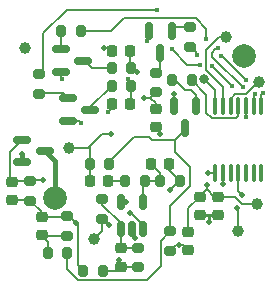
<source format=gbr>
%TF.GenerationSoftware,KiCad,Pcbnew,8.0.5*%
%TF.CreationDate,2024-11-25T09:23:57-07:00*%
%TF.ProjectId,NoteDetector,4e6f7465-4465-4746-9563-746f722e6b69,rev?*%
%TF.SameCoordinates,Original*%
%TF.FileFunction,Copper,L1,Top*%
%TF.FilePolarity,Positive*%
%FSLAX46Y46*%
G04 Gerber Fmt 4.6, Leading zero omitted, Abs format (unit mm)*
G04 Created by KiCad (PCBNEW 8.0.5) date 2024-11-25 09:23:57*
%MOMM*%
%LPD*%
G01*
G04 APERTURE LIST*
G04 Aperture macros list*
%AMRoundRect*
0 Rectangle with rounded corners*
0 $1 Rounding radius*
0 $2 $3 $4 $5 $6 $7 $8 $9 X,Y pos of 4 corners*
0 Add a 4 corners polygon primitive as box body*
4,1,4,$2,$3,$4,$5,$6,$7,$8,$9,$2,$3,0*
0 Add four circle primitives for the rounded corners*
1,1,$1+$1,$2,$3*
1,1,$1+$1,$4,$5*
1,1,$1+$1,$6,$7*
1,1,$1+$1,$8,$9*
0 Add four rect primitives between the rounded corners*
20,1,$1+$1,$2,$3,$4,$5,0*
20,1,$1+$1,$4,$5,$6,$7,0*
20,1,$1+$1,$6,$7,$8,$9,0*
20,1,$1+$1,$8,$9,$2,$3,0*%
G04 Aperture macros list end*
%TA.AperFunction,ComponentPad*%
%ADD10C,2.000000*%
%TD*%
%TA.AperFunction,SMDPad,CuDef*%
%ADD11RoundRect,0.225000X-0.250000X0.225000X-0.250000X-0.225000X0.250000X-0.225000X0.250000X0.225000X0*%
%TD*%
%TA.AperFunction,SMDPad,CuDef*%
%ADD12RoundRect,0.150000X-0.587500X-0.150000X0.587500X-0.150000X0.587500X0.150000X-0.587500X0.150000X0*%
%TD*%
%TA.AperFunction,SMDPad,CuDef*%
%ADD13RoundRect,0.200000X-0.200000X-0.275000X0.200000X-0.275000X0.200000X0.275000X-0.200000X0.275000X0*%
%TD*%
%TA.AperFunction,SMDPad,CuDef*%
%ADD14RoundRect,0.200000X0.275000X-0.200000X0.275000X0.200000X-0.275000X0.200000X-0.275000X-0.200000X0*%
%TD*%
%TA.AperFunction,SMDPad,CuDef*%
%ADD15RoundRect,0.200000X-0.275000X0.200000X-0.275000X-0.200000X0.275000X-0.200000X0.275000X0.200000X0*%
%TD*%
%TA.AperFunction,SMDPad,CuDef*%
%ADD16RoundRect,0.225000X0.250000X-0.225000X0.250000X0.225000X-0.250000X0.225000X-0.250000X-0.225000X0*%
%TD*%
%TA.AperFunction,SMDPad,CuDef*%
%ADD17C,1.000000*%
%TD*%
%TA.AperFunction,SMDPad,CuDef*%
%ADD18RoundRect,0.225000X-0.225000X-0.250000X0.225000X-0.250000X0.225000X0.250000X-0.225000X0.250000X0*%
%TD*%
%TA.AperFunction,SMDPad,CuDef*%
%ADD19RoundRect,0.225000X0.225000X0.250000X-0.225000X0.250000X-0.225000X-0.250000X0.225000X-0.250000X0*%
%TD*%
%TA.AperFunction,SMDPad,CuDef*%
%ADD20RoundRect,0.200000X0.200000X0.275000X-0.200000X0.275000X-0.200000X-0.275000X0.200000X-0.275000X0*%
%TD*%
%TA.AperFunction,SMDPad,CuDef*%
%ADD21RoundRect,0.150000X-0.150000X0.587500X-0.150000X-0.587500X0.150000X-0.587500X0.150000X0.587500X0*%
%TD*%
%TA.AperFunction,SMDPad,CuDef*%
%ADD22RoundRect,0.150000X0.150000X-0.512500X0.150000X0.512500X-0.150000X0.512500X-0.150000X-0.512500X0*%
%TD*%
%TA.AperFunction,SMDPad,CuDef*%
%ADD23RoundRect,0.100000X0.100000X-0.637500X0.100000X0.637500X-0.100000X0.637500X-0.100000X-0.637500X0*%
%TD*%
%TA.AperFunction,ViaPad*%
%ADD24C,0.450000*%
%TD*%
%TA.AperFunction,ViaPad*%
%ADD25C,0.508000*%
%TD*%
%TA.AperFunction,ViaPad*%
%ADD26C,0.800000*%
%TD*%
%TA.AperFunction,Conductor*%
%ADD27C,0.152400*%
%TD*%
%TA.AperFunction,Conductor*%
%ADD28C,0.250000*%
%TD*%
%TA.AperFunction,Conductor*%
%ADD29C,0.381000*%
%TD*%
G04 APERTURE END LIST*
D10*
%TO.P,BT1,1,+*%
%TO.N,+BATT*%
X9599987Y7200017D03*
%TO.P,BT1,2,-*%
%TO.N,/PGnd*%
X-6399991Y-4800011D03*
%TD*%
D11*
%TO.P,C8,1*%
%TO.N,Net-(C8-Pad1)*%
X-813616Y-9050000D03*
%TO.P,C8,2*%
%TO.N,Net-(C7-Pad1)*%
X-813616Y-10600000D03*
%TD*%
D12*
%TO.P,Q5,1,G*%
%TO.N,+BATT*%
X-9125000Y150000D03*
%TO.P,Q5,2,S*%
%TO.N,GND*%
X-9125000Y-1750000D03*
%TO.P,Q5,3,D*%
%TO.N,/PGnd*%
X-7250000Y-800000D03*
%TD*%
D13*
%TO.P,R11,1*%
%TO.N,Net-(C5-Pad2)*%
X-438616Y-3375000D03*
%TO.P,R11,2*%
%TO.N,Net-(U1--)*%
X1211384Y-3375000D03*
%TD*%
D14*
%TO.P,R20,1*%
%TO.N,Net-(D1-BK)*%
X2150000Y4175000D03*
%TO.P,R20,2*%
%TO.N,Net-(Q4-D)*%
X2150000Y5825000D03*
%TD*%
D15*
%TO.P,R16,1*%
%TO.N,Net-(C8-Pad1)*%
X-2363616Y-4875000D03*
%TO.P,R16,2*%
%TO.N,/Audio_In*%
X-2363616Y-6525000D03*
%TD*%
D16*
%TO.P,C1,1*%
%TO.N,/Midscale*%
X-10000000Y-4950000D03*
%TO.P,C1,2*%
%TO.N,+BATT*%
X-10000000Y-3400000D03*
%TD*%
D17*
%TO.P,J2,1,Pin_1*%
%TO.N,/Audio_In*%
X-3050000Y-8300000D03*
%TD*%
D18*
%TO.P,C5,1*%
%TO.N,/Audio_raw*%
X-3388616Y-3375000D03*
%TO.P,C5,2*%
%TO.N,Net-(C5-Pad2)*%
X-1838616Y-3375000D03*
%TD*%
D15*
%TO.P,R12,1*%
%TO.N,/gnd_switch*%
X3410000Y-7610000D03*
%TO.P,R12,2*%
%TO.N,Net-(U1-V-)*%
X3410000Y-9260000D03*
%TD*%
D17*
%TO.P,J1,1,Pin_1*%
%TO.N,/~{MCLR}*%
X9110000Y-7610000D03*
%TD*%
D11*
%TO.P,C12,1*%
%TO.N,+BATT*%
X5880000Y-4665000D03*
%TO.P,C12,2*%
%TO.N,GND*%
X5880000Y-6215000D03*
%TD*%
D13*
%TO.P,R17,1*%
%TO.N,Net-(Q3-G)*%
X-5825000Y9350000D03*
%TO.P,R17,2*%
%TO.N,/PWM2*%
X-4175000Y9350000D03*
%TD*%
D14*
%TO.P,R14,1*%
%TO.N,Net-(C7-Pad1)*%
X686384Y-10650000D03*
%TO.P,R14,2*%
%TO.N,Net-(C8-Pad1)*%
X686384Y-9000000D03*
%TD*%
D19*
%TO.P,C7,1*%
%TO.N,Net-(C7-Pad1)*%
X3275000Y-1875000D03*
%TO.P,C7,2*%
%TO.N,Net-(U1--)*%
X1725000Y-1875000D03*
%TD*%
D20*
%TO.P,R15,1*%
%TO.N,Net-(C7-Pad1)*%
X-2313616Y-10975000D03*
%TO.P,R15,2*%
%TO.N,/Midscale*%
X-3963616Y-10975000D03*
%TD*%
%TO.P,R18,1*%
%TO.N,Net-(D1-RK)*%
X75000Y4700000D03*
%TO.P,R18,2*%
%TO.N,Net-(Q2-D)*%
X-1575000Y4700000D03*
%TD*%
D19*
%TO.P,C14,1*%
%TO.N,Net-(D1-GK)*%
X25000Y7700000D03*
%TO.P,C14,2*%
%TO.N,GND*%
X-1525000Y7700000D03*
%TD*%
D11*
%TO.P,C11,1*%
%TO.N,+BATT*%
X7400000Y-4665000D03*
%TO.P,C11,2*%
%TO.N,GND*%
X7400000Y-6215000D03*
%TD*%
D14*
%TO.P,R5,1*%
%TO.N,Net-(C2-Pad1)*%
X-5338616Y-8000000D03*
%TO.P,R5,2*%
%TO.N,/Midscale*%
X-5338616Y-6350000D03*
%TD*%
D13*
%TO.P,R22,1*%
%TO.N,Net-(Q1-G)*%
X3575000Y5200000D03*
%TO.P,R22,2*%
%TO.N,/AFE_En*%
X5225000Y5200000D03*
%TD*%
D14*
%TO.P,R4,1*%
%TO.N,/Midscale*%
X-8500000Y-5000000D03*
%TO.P,R4,2*%
%TO.N,+BATT*%
X-8500000Y-3350000D03*
%TD*%
D16*
%TO.P,C2,1*%
%TO.N,Net-(C2-Pad1)*%
X-7500000Y-7950000D03*
%TO.P,C2,2*%
%TO.N,/Midscale*%
X-7500000Y-6400000D03*
%TD*%
D13*
%TO.P,R3,1*%
%TO.N,/Audio_raw*%
X-3438616Y-1875000D03*
%TO.P,R3,2*%
%TO.N,/gnd_switch*%
X-1788616Y-1875000D03*
%TD*%
D17*
%TO.P,J3,1,Pin_1*%
%TO.N,/Audio_raw*%
X-5200000Y-550000D03*
%TD*%
D11*
%TO.P,C15,1*%
%TO.N,Net-(D1-BK)*%
X2150000Y2775000D03*
%TO.P,C15,2*%
%TO.N,GND*%
X2150000Y1225000D03*
%TD*%
D21*
%TO.P,Q4,1,G*%
%TO.N,Net-(Q4-G)*%
X3500000Y9387500D03*
%TO.P,Q4,2,S*%
%TO.N,GND*%
X1600000Y9387500D03*
%TO.P,Q4,3,D*%
%TO.N,Net-(Q4-D)*%
X2550000Y7512500D03*
%TD*%
D20*
%TO.P,R19,1*%
%TO.N,Net-(D1-GK)*%
X75000Y6200000D03*
%TO.P,R19,2*%
%TO.N,Net-(Q3-D)*%
X-1575000Y6200000D03*
%TD*%
D14*
%TO.P,R21,1*%
%TO.N,/PWM3*%
X5100000Y8025000D03*
%TO.P,R21,2*%
%TO.N,Net-(Q4-G)*%
X5100000Y9675000D03*
%TD*%
D12*
%TO.P,Q3,1,G*%
%TO.N,Net-(Q3-G)*%
X-5887500Y7800000D03*
%TO.P,Q3,2,S*%
%TO.N,GND*%
X-5887500Y5900000D03*
%TO.P,Q3,3,D*%
%TO.N,Net-(Q3-D)*%
X-4012500Y6850000D03*
%TD*%
D22*
%TO.P,U1,1*%
%TO.N,Net-(C8-Pad1)*%
X-813616Y-7387500D03*
%TO.P,U1,2,V-*%
%TO.N,Net-(U1-V-)*%
X136384Y-7387500D03*
%TO.P,U1,3,+*%
%TO.N,/Midscale*%
X1086384Y-7387500D03*
%TO.P,U1,4,-*%
%TO.N,Net-(U1--)*%
X1086384Y-5112500D03*
%TO.P,U1,5,V+*%
%TO.N,+BATT*%
X-813616Y-5112500D03*
%TD*%
D19*
%TO.P,C13,1*%
%TO.N,Net-(D1-RK)*%
X25000Y3200000D03*
%TO.P,C13,2*%
%TO.N,GND*%
X-1525000Y3200000D03*
%TD*%
D12*
%TO.P,Q2,1,G*%
%TO.N,Net-(Q2-G)*%
X-5237500Y3650000D03*
%TO.P,Q2,2,S*%
%TO.N,GND*%
X-5237500Y1750000D03*
%TO.P,Q2,3,D*%
%TO.N,Net-(Q2-D)*%
X-3362500Y2700000D03*
%TD*%
D11*
%TO.P,C6,1*%
%TO.N,+BATT*%
X4925000Y-7670000D03*
%TO.P,C6,2*%
%TO.N,Net-(U1-V-)*%
X4925000Y-9220000D03*
%TD*%
D17*
%TO.P,J5,1,Pin_1*%
%TO.N,GND*%
X-8900000Y7950000D03*
%TD*%
D13*
%TO.P,R13,1*%
%TO.N,Net-(U1--)*%
X2561384Y-3375000D03*
%TO.P,R13,2*%
%TO.N,Net-(C7-Pad1)*%
X4211384Y-3375000D03*
%TD*%
D17*
%TO.P,J4,1,Pin_1*%
%TO.N,+BATT*%
X10700000Y-5300000D03*
%TD*%
%TO.P,J7,1,Pin_1*%
%TO.N,/ICSP_CLK*%
X10900000Y5000000D03*
%TD*%
D14*
%TO.P,R1,1*%
%TO.N,Net-(Q2-G)*%
X-7700000Y4025000D03*
%TO.P,R1,2*%
%TO.N,/PWM1*%
X-7700000Y5675000D03*
%TD*%
D21*
%TO.P,Q1,1,G*%
%TO.N,Net-(Q1-G)*%
X5600000Y3037500D03*
%TO.P,Q1,2,S*%
%TO.N,GND*%
X3700000Y3037500D03*
%TO.P,Q1,3,D*%
%TO.N,/gnd_switch*%
X4650000Y1162500D03*
%TD*%
D23*
%TO.P,U2,1,VDD*%
%TO.N,+BATT*%
X7200000Y-2712500D03*
%TO.P,U2,2,RA5*%
%TO.N,/Audio_In*%
X7850000Y-2712500D03*
%TO.P,U2,3,RA4*%
%TO.N,unconnected-(U2-RA4-Pad3)*%
X8500000Y-2712500D03*
%TO.P,U2,4,~{MCLR}/VPP/RA3*%
%TO.N,/~{MCLR}*%
X9150000Y-2712500D03*
%TO.P,U2,5,RC5*%
%TO.N,unconnected-(U2-RC5-Pad5)*%
X9800000Y-2712500D03*
%TO.P,U2,6,RC4*%
%TO.N,unconnected-(U2-RC4-Pad6)*%
X10450000Y-2712500D03*
%TO.P,U2,7,RC3*%
%TO.N,unconnected-(U2-RC3-Pad7)*%
X11100000Y-2712500D03*
%TO.P,U2,8,RC2*%
%TO.N,/PWM3*%
X11100000Y3012500D03*
%TO.P,U2,9,RC1*%
%TO.N,/PWM2*%
X10450000Y3012500D03*
%TO.P,U2,10,RC0*%
%TO.N,/PWM1*%
X9800000Y3012500D03*
%TO.P,U2,11,RA2*%
%TO.N,/AFE_En*%
X9150000Y3012500D03*
%TO.P,U2,12,RA1/ICSPCLK*%
%TO.N,/ICSP_CLK*%
X8500000Y3012500D03*
%TO.P,U2,13,RA0/ICSPDAT*%
%TO.N,/ICSP_DAT*%
X7850000Y3012500D03*
%TO.P,U2,14,VSS*%
%TO.N,GND*%
X7200000Y3012500D03*
%TD*%
D17*
%TO.P,J6,1,Pin_1*%
%TO.N,/ICSP_DAT*%
X8100000Y8850000D03*
%TD*%
D20*
%TO.P,R2,1*%
%TO.N,/gnd_switch*%
X-5326116Y-9425000D03*
%TO.P,R2,2*%
%TO.N,Net-(C2-Pad1)*%
X-6976116Y-9425000D03*
%TD*%
D24*
%TO.N,GND*%
X-1850000Y2500000D03*
X-5800000Y5250000D03*
X1450000Y8500000D03*
D25*
X-2250000Y7900000D03*
D26*
X6224500Y5300000D03*
D25*
X6630000Y-6780000D03*
X2500000Y672334D03*
D24*
X-4200000Y1600000D03*
D25*
X-9125000Y-1100000D03*
X3700000Y4000000D03*
D26*
X-8900000Y7950000D03*
D25*
%TO.N,+BATT*%
X-7350000Y-3250000D03*
X-351116Y-5100000D03*
X6500000Y-3720300D03*
X6600000Y-2700000D03*
%TO.N,/Audio_In*%
X7894204Y-3574798D03*
X-1800000Y-7100000D03*
%TO.N,/Midscale*%
X-49909Y-6050091D03*
X-4598371Y-6923371D03*
%TO.N,Net-(U1-V-)*%
X4100000Y-8760000D03*
X385746Y-8147003D03*
%TO.N,Net-(C7-Pad1)*%
X-950000Y-10050000D03*
X3400000Y-4100000D03*
D24*
%TO.N,Net-(D1-RK)*%
X-208439Y5300000D03*
%TO.N,/PWM3*%
X11220000Y4110000D03*
X5630000Y7350000D03*
X7660000Y7200000D03*
X9815000Y5185000D03*
%TO.N,/PWM2*%
X7420000Y7880000D03*
X10550000Y4010000D03*
X9530000Y4570000D03*
X6450000Y8670000D03*
%TO.N,/PWM1*%
X5910000Y6500000D03*
X8590000Y4680000D03*
X9800000Y2050000D03*
X3500000Y7800000D03*
X2300000Y11150000D03*
X6966200Y6350000D03*
D25*
%TO.N,/Audio_raw*%
X-1600000Y650000D03*
%TO.N,Net-(D1-GK)*%
X600000Y5900000D03*
%TO.N,Net-(D1-BK)*%
X1200000Y3700000D03*
%TO.N,/~{MCLR}*%
X9049317Y-5624135D03*
X9444039Y-4519221D03*
%TD*%
D27*
%TO.N,Net-(D1-RK)*%
X-208439Y4983439D02*
X75000Y4700000D01*
X-208439Y5300000D02*
X-208439Y4983439D01*
%TO.N,/ICSP_DAT*%
X7850000Y4630101D02*
X7850000Y3012500D01*
X6440000Y6040101D02*
X7850000Y4630101D01*
X8100000Y8850000D02*
X7550000Y8850000D01*
X7550000Y8850000D02*
X6440000Y7740000D01*
X6440000Y7740000D02*
X6440000Y6040101D01*
%TO.N,/PWM1*%
X4800000Y6500000D02*
X3500000Y7800000D01*
X5910000Y6500000D02*
X4800000Y6500000D01*
%TO.N,/PWM2*%
X10450000Y3910000D02*
X10450000Y3012500D01*
X10550000Y4010000D02*
X10450000Y3910000D01*
%TO.N,/PWM3*%
X11100000Y3990000D02*
X11100000Y3012500D01*
X11220000Y4110000D02*
X11100000Y3990000D01*
X8324276Y6675724D02*
X7800000Y7200000D01*
X7800000Y7200000D02*
X7660000Y7200000D01*
X8324276Y6671599D02*
X8324276Y6675724D01*
X9075694Y5924306D02*
X9071569Y5924306D01*
X9815000Y5185000D02*
X9075694Y5924306D01*
X9071569Y5924306D02*
X8324276Y6671599D01*
%TO.N,/PWM2*%
X6900000Y7509323D02*
X7206888Y7816211D01*
X6900000Y7190677D02*
X6900000Y7509323D01*
X7206888Y6883789D02*
X6900000Y7190677D01*
X7206888Y7816211D02*
X7356211Y7816211D01*
X7216211Y6883789D02*
X7206888Y6883789D01*
X9530000Y4570000D02*
X7216211Y6883789D01*
X7356211Y7816211D02*
X7420000Y7880000D01*
%TO.N,/PWM1*%
X8590000Y4726200D02*
X6966200Y6350000D01*
X8590000Y4680000D02*
X8590000Y4726200D01*
%TO.N,/PWM3*%
X5630000Y7350000D02*
X5630000Y7495000D01*
X5630000Y7495000D02*
X5100000Y8025000D01*
%TO.N,/PWM2*%
X-1650000Y9350000D02*
X-4175000Y9350000D01*
X-550000Y10450000D02*
X-1650000Y9350000D01*
X5560000Y10450000D02*
X-550000Y10450000D01*
X6450000Y9560000D02*
X5560000Y10450000D01*
X6450000Y8670000D02*
X6450000Y9560000D01*
D28*
%TO.N,GND*%
X6660000Y-6750000D02*
X6630000Y-6780000D01*
D27*
X1600000Y9387500D02*
X1600000Y8650000D01*
D28*
X6660000Y-6215000D02*
X5880000Y-6215000D01*
D27*
X-5237500Y1750000D02*
X-4350000Y1750000D01*
X2150000Y1022334D02*
X2500000Y672334D01*
X-1525000Y3200000D02*
X-1525000Y2825000D01*
X-5887500Y5337500D02*
X-5800000Y5250000D01*
X-1525000Y2825000D02*
X-1850000Y2500000D01*
D29*
X-9125000Y-1750000D02*
X-9125000Y-1100000D01*
D28*
X6660000Y-6215000D02*
X6660000Y-6750000D01*
D27*
X-1725000Y7900000D02*
X-1525000Y7700000D01*
X-4350000Y1750000D02*
X-4200000Y1600000D01*
X1600000Y8650000D02*
X1450000Y8500000D01*
X3700000Y3037500D02*
X3700000Y4000000D01*
D28*
X7400000Y-6215000D02*
X6660000Y-6215000D01*
D27*
X6224500Y5300000D02*
X7200000Y4324500D01*
X-5887500Y5900000D02*
X-5887500Y5337500D01*
X-2250000Y7900000D02*
X-1725000Y7900000D01*
X7200000Y4324500D02*
X7200000Y3012500D01*
X2150000Y1225000D02*
X2150000Y1022334D01*
%TO.N,+BATT*%
X4925000Y-5620000D02*
X4925000Y-7525000D01*
X7135000Y-4665000D02*
X7400000Y-4665000D01*
X-8400000Y-3250000D02*
X-7350000Y-3250000D01*
X-9950000Y-3350000D02*
X-10000000Y-3400000D01*
X6500000Y-4045000D02*
X5880000Y-4665000D01*
X7200000Y-2712500D02*
X6612500Y-2712500D01*
X-7350000Y-3250000D02*
X-7275000Y-3250000D01*
X6500000Y-4030000D02*
X7135000Y-4665000D01*
X-10000000Y-3400000D02*
X-10138700Y-3261300D01*
X-10138700Y-863700D02*
X-9125000Y150000D01*
X9475000Y-5300000D02*
X8840000Y-4665000D01*
X10700000Y-5300000D02*
X9475000Y-5300000D01*
X6500000Y-3720300D02*
X6500000Y-4045000D01*
X-351116Y-5100000D02*
X-363616Y-5112500D01*
X-10138700Y-3261300D02*
X-10138700Y-863700D01*
X-8500000Y-3350000D02*
X-9950000Y-3350000D01*
X5880000Y-4665000D02*
X4925000Y-5620000D01*
X-8500000Y-3350000D02*
X-8400000Y-3250000D01*
X-363616Y-5112500D02*
X-813616Y-5112500D01*
X8840000Y-4665000D02*
X7400000Y-4665000D01*
X6612500Y-2712500D02*
X6600000Y-2700000D01*
X6500000Y-3720300D02*
X6500000Y-4030000D01*
%TO.N,/Audio_In*%
X7894204Y-3574798D02*
X7894204Y-2756704D01*
X-2363616Y-6536384D02*
X-1800000Y-7100000D01*
X-2363616Y-7613616D02*
X-2363616Y-6525000D01*
X7894204Y-2756704D02*
X7850000Y-2712500D01*
X-2363616Y-6525000D02*
X-2363616Y-6536384D01*
X-3050000Y-8300000D02*
X-2363616Y-7613616D01*
%TO.N,Net-(C5-Pad2)*%
X-363616Y-3300000D02*
X-438616Y-3375000D01*
X-438616Y-3375000D02*
X-1838616Y-3375000D01*
%TO.N,/Midscale*%
X-5388616Y-6400000D02*
X-5338616Y-6350000D01*
X-10000000Y-4950000D02*
X-8550000Y-4950000D01*
X-8550000Y-4950000D02*
X-8500000Y-5000000D01*
X-4598371Y-6923371D02*
X-5171741Y-6350000D01*
X-4450000Y-10488616D02*
X-4450000Y-7071741D01*
X68369Y-6050091D02*
X-49909Y-6050091D01*
X-4450000Y-7071741D02*
X-4598371Y-6923371D01*
X-3963616Y-10975000D02*
X-4450000Y-10488616D01*
X-7500000Y-6400000D02*
X-5388616Y-6400000D01*
X1086384Y-7068106D02*
X68369Y-6050091D01*
X-7500000Y-6000000D02*
X-8500000Y-5000000D01*
X-5171741Y-6350000D02*
X-5338616Y-6350000D01*
X1086384Y-7387500D02*
X1086384Y-7068106D01*
X-7500000Y-6400000D02*
X-7500000Y-6000000D01*
%TO.N,Net-(C2-Pad1)*%
X-6976116Y-8473884D02*
X-7500000Y-7950000D01*
X-5338616Y-8000000D02*
X-7450000Y-8000000D01*
X-7450000Y-8000000D02*
X-7500000Y-7950000D01*
X-6976116Y-9425000D02*
X-6976116Y-8473884D01*
%TO.N,Net-(U1-V-)*%
X385746Y-7636862D02*
X136384Y-7387500D01*
X385746Y-8147003D02*
X385746Y-7636862D01*
X4100000Y-8760000D02*
X3910000Y-8760000D01*
X4100000Y-8760000D02*
X4465000Y-8760000D01*
X4465000Y-8760000D02*
X4925000Y-9220000D01*
X3910000Y-8760000D02*
X3410000Y-9260000D01*
%TO.N,/AFE_En*%
X9150000Y2150000D02*
X8958080Y1958080D01*
X9150000Y3012500D02*
X9150000Y2150000D01*
X6450000Y2450000D02*
X6450000Y3975000D01*
X6450000Y3975000D02*
X5225000Y5200000D01*
X8958080Y1958080D02*
X6941920Y1958080D01*
X6941920Y1958080D02*
X6450000Y2450000D01*
%TO.N,Net-(U1--)*%
X1086384Y-3500000D02*
X1211384Y-3375000D01*
X1211384Y-3375000D02*
X2561384Y-3375000D01*
X1086384Y-5112500D02*
X1086384Y-3500000D01*
X1725000Y-1875000D02*
X2561384Y-2711384D01*
X2561384Y-2711384D02*
X2561384Y-3375000D01*
%TO.N,Net-(C7-Pad1)*%
X3400000Y-4100000D02*
X4125000Y-3375000D01*
X-2313616Y-10975000D02*
X-1188616Y-10975000D01*
X3275000Y-1875000D02*
X3275000Y-2438616D01*
X686384Y-10650000D02*
X-763616Y-10650000D01*
X4125000Y-3375000D02*
X4211384Y-3375000D01*
X-950000Y-10463616D02*
X-813616Y-10600000D01*
X-763616Y-10650000D02*
X-813616Y-10600000D01*
X3275000Y-2438616D02*
X4211384Y-3375000D01*
X-1188616Y-10975000D02*
X-813616Y-10600000D01*
X-950000Y-10050000D02*
X-950000Y-10463616D01*
%TO.N,Net-(D1-RK)*%
X75000Y4700000D02*
X75000Y3250000D01*
X75000Y3250000D02*
X25000Y3200000D01*
%TO.N,/PWM1*%
X-5350000Y11150000D02*
X-7350000Y9150000D01*
X-7350000Y9150000D02*
X-7350000Y6025000D01*
X-7350000Y6025000D02*
X-7700000Y5675000D01*
X2300000Y11150000D02*
X-5350000Y11150000D01*
X9800000Y3012500D02*
X9800000Y2050000D01*
%TO.N,/Audio_raw*%
X-5200000Y-550000D02*
X-3613616Y-550000D01*
X-3388616Y-3375000D02*
X-3388616Y-1925000D01*
X-2413616Y650000D02*
X-3438616Y-375000D01*
X-3388616Y-1925000D02*
X-3438616Y-1875000D01*
X-3613616Y-550000D02*
X-3438616Y-375000D01*
X-3438616Y-1875000D02*
X-3438616Y-375000D01*
X-1600000Y650000D02*
X-2413616Y650000D01*
%TO.N,Net-(D1-GK)*%
X25000Y7700000D02*
X25000Y6250000D01*
X375000Y5900000D02*
X75000Y6200000D01*
X25000Y6250000D02*
X75000Y6200000D01*
X600000Y5900000D02*
X375000Y5900000D01*
%TO.N,Net-(D1-BK)*%
X1675000Y3700000D02*
X2150000Y4175000D01*
X2150000Y3225000D02*
X1675000Y3700000D01*
X2150000Y2775000D02*
X2150000Y3225000D01*
X1200000Y3700000D02*
X1675000Y3700000D01*
%TO.N,/~{MCLR}*%
X9150000Y-2712500D02*
X9150000Y-4225182D01*
X9150000Y-4225182D02*
X9444039Y-4519221D01*
X9110000Y-5684818D02*
X9110000Y-7610000D01*
X9049317Y-5624135D02*
X9110000Y-5684818D01*
%TO.N,Net-(C8-Pad1)*%
X-813616Y-9050000D02*
X-813616Y-7387500D01*
X-763616Y-9000000D02*
X-813616Y-9050000D01*
X-2363616Y-4875000D02*
X-2363616Y-5377231D01*
X686384Y-9000000D02*
X-763616Y-9000000D01*
X-813616Y-6927231D02*
X-813616Y-7387500D01*
X-2363616Y-5377231D02*
X-813616Y-6927231D01*
%TO.N,/ICSP_DAT*%
X7850000Y3631348D02*
X7850000Y3012500D01*
%TO.N,/ICSP_CLK*%
X8500000Y3631348D02*
X8500000Y3012500D01*
X9825720Y4025720D02*
X8894372Y4025720D01*
X10900000Y5000000D02*
X10800000Y5000000D01*
X10800000Y5000000D02*
X9825720Y4025720D01*
X8894372Y4025720D02*
X8500000Y3631348D01*
%TO.N,/gnd_switch*%
X312104Y375720D02*
X1608433Y375720D01*
X-4400000Y-11750000D02*
X1400000Y-11750000D01*
X-1788616Y-1875000D02*
X-1788616Y-1725000D01*
X1608433Y375720D02*
X1841519Y142634D01*
X3410000Y-5470000D02*
X5075000Y-3805000D01*
X5075000Y-3805000D02*
X5075000Y-2175000D01*
X2600000Y-10550000D02*
X2600000Y-8420000D01*
X3824565Y-924565D02*
X3824565Y142634D01*
X-1788616Y-1725000D02*
X-363616Y-300000D01*
X1400000Y-11750000D02*
X2600000Y-10550000D01*
X-5326116Y-10823884D02*
X-4400000Y-11750000D01*
X-363616Y-300000D02*
X312104Y375720D01*
X1841519Y142634D02*
X3824565Y142634D01*
X4650000Y1162500D02*
X4650000Y968069D01*
X-5326116Y-9425000D02*
X-5326116Y-10823884D01*
X2600000Y-8420000D02*
X3410000Y-7610000D01*
X4650000Y968069D02*
X3824565Y142634D01*
X3410000Y-7610000D02*
X3410000Y-5470000D01*
X5075000Y-2175000D02*
X3824565Y-924565D01*
%TO.N,Net-(Q1-G)*%
X3575000Y5200000D02*
X3800000Y5200000D01*
X5600000Y3897690D02*
X5600000Y3037500D01*
X5145770Y4351920D02*
X5600000Y3897690D01*
X4648080Y4351920D02*
X5145770Y4351920D01*
X3800000Y5200000D02*
X4648080Y4351920D01*
%TO.N,Net-(Q2-G)*%
X-5662500Y4075000D02*
X-5237500Y3650000D01*
X-7650000Y4075000D02*
X-5662500Y4075000D01*
%TO.N,Net-(Q2-D)*%
X-1575000Y4700000D02*
X-3362500Y2912500D01*
X-3362500Y2912500D02*
X-3362500Y2700000D01*
%TO.N,Net-(Q3-D)*%
X-3250000Y6200000D02*
X-1575000Y6200000D01*
X-4012500Y6850000D02*
X-3900000Y6850000D01*
X-3900000Y6850000D02*
X-3250000Y6200000D01*
%TO.N,Net-(Q3-G)*%
X-5825000Y9350000D02*
X-5825000Y7862500D01*
X-5825000Y7862500D02*
X-5887500Y7800000D01*
%TO.N,Net-(Q4-D)*%
X2550000Y7512500D02*
X2550000Y6225000D01*
X2550000Y6225000D02*
X2150000Y5825000D01*
%TO.N,Net-(Q4-G)*%
X5075000Y9650000D02*
X5100000Y9675000D01*
X3762500Y9650000D02*
X5075000Y9650000D01*
X3500000Y9387500D02*
X3762500Y9650000D01*
D29*
%TO.N,/PGnd*%
X-6399991Y-4800011D02*
X-6399991Y-1650009D01*
X-6399991Y-1650009D02*
X-7250000Y-800000D01*
%TD*%
M02*

</source>
